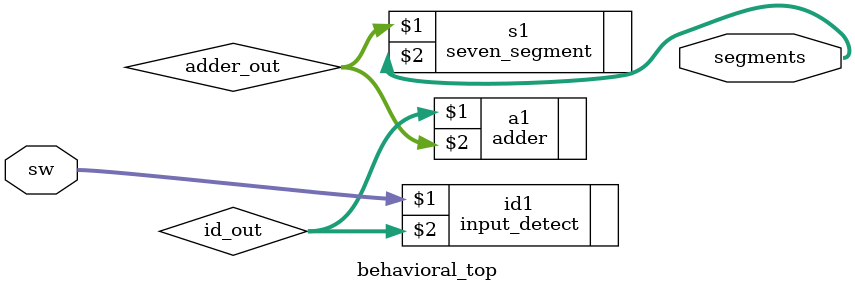
<source format=v>
module behavioral_top(
    input [7:0] sw,
    output wire [6:0] segments
    );

	wire [3:0] id_out;
	wire [3:0] adder_out;
	input_detect id1 (sw, id_out);
	adder a1 (id_out, adder_out);
	seven_segment s1 (adder_out, segments);
endmodule

</source>
